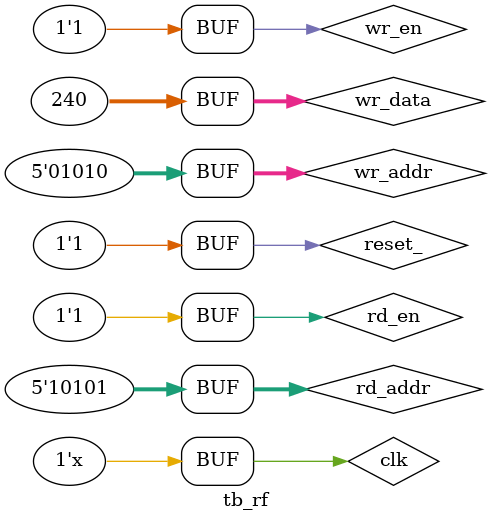
<source format=v>

module rf(wr_addr, rd_addr, wr_data, rd_data, wr_en, rd_en, valid, clk, reset_);

parameter ADDR_WIDTH = 5; // log base 2(DEPTH)
parameter DATA_WIDTH = 32;
parameter NUM_WORDS = (1<<ADDR_WIDTH)-1;
input [ADDR_WIDTH-1:0] wr_addr;
input [ADDR_WIDTH-1:0] rd_addr;
input [DATA_WIDTH-1:0] wr_data;
output [DATA_WIDTH-1:0] rd_data;
reg [DATA_WIDTH-1:0] rd_data;
input wr_en;
input rd_en;
input clk, reset_;
output valid;
reg valid;


reg [DATA_WIDTH-1:0] mem [0:NUM_WORDS-1];
integer i;
always @(posedge clk or negedge reset_) begin
  if (~reset_) begin
    valid <= 1'b0;
    for(i = 0; i < NUM_WORDS; i=i+1)
       mem[i] = 0;
  end
  else begin
    valid <= rd_en;
    rd_data <= mem[rd_addr];
    if (wr_en) begin
      mem[wr_addr] = wr_data;
    end
  end
end

endmodule


module tb_rf();
    parameter ADDR_WIDTH = 5; // log base 2(DEPTH)
    parameter DATA_WIDTH = 32;
    parameter NUM_WORDS = (1<<ADDR_WIDTH)-1;
    reg [ADDR_WIDTH-1:0] wr_addr;
    reg [ADDR_WIDTH-1:0] rd_addr;
    reg [DATA_WIDTH-1:0] wr_data;
    reg wr_en;
    reg rd_en;
    reg clk, reset_;
    wire [DATA_WIDTH-1:0] rd_data;
    wire  valid;
    rf dut(wr_addr, rd_addr, wr_data, rd_data, wr_en, rd_en, valid, clk, reset_);
    
    initial begin
        clk = 0;
        reset_ = 1;
        wr_en = 0;
        rd_en = 0;
        #3
        reset_ = 0;
        #4
        reset_ = 1;
        wr_addr = 5'b00000;
        wr_data = 32'h55aa1010;
        #4
        wr_en = 1;
        wr_addr = 5'b00111;
        wr_data = 32'h55aa1010;
        #4
        rd_addr = 5'b00111;
        #4
        rd_en = 1;
        rd_addr = 5'b1;
        #5
        wr_addr = 5'b10101;
        wr_data = 32'b11111111;
        #4
        wr_addr = 5'b01010;
        wr_data = 32'b11110000;
        #4
        rd_addr = 5'b10101;     
    end   
        always #1 clk = ~clk;
endmodule



</source>
